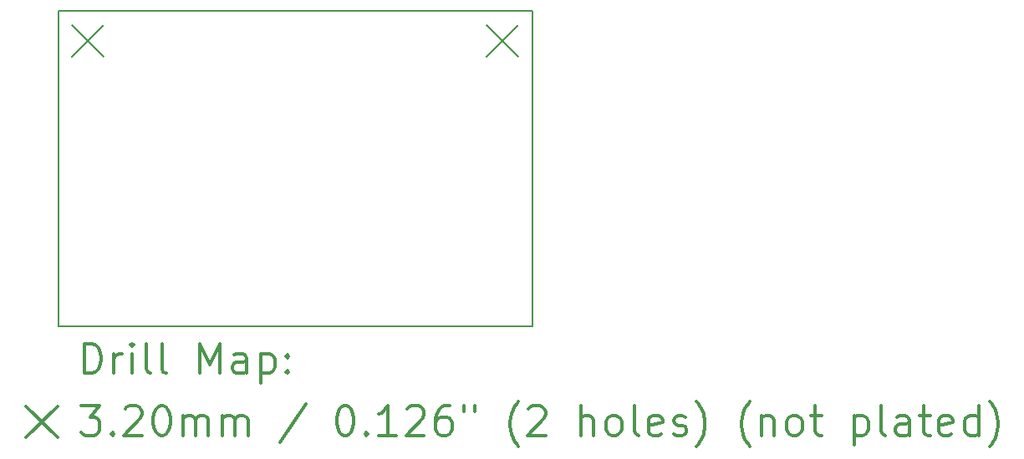
<source format=gbr>
%FSLAX45Y45*%
G04 Gerber Fmt 4.5, Leading zero omitted, Abs format (unit mm)*
G04 Created by KiCad (PCBNEW 4.0.5) date 02/17/17 21:40:18*
%MOMM*%
%LPD*%
G01*
G04 APERTURE LIST*
%ADD10C,0.127000*%
%ADD11C,0.150000*%
%ADD12C,0.200000*%
%ADD13C,0.300000*%
G04 APERTURE END LIST*
D10*
D11*
X6710000Y-10290000D02*
X6710000Y-13490000D01*
X11510000Y-10290000D02*
X6710000Y-10290000D01*
X11510000Y-13490000D02*
X11510000Y-10290000D01*
X11510000Y-13490000D02*
X6710000Y-13490000D01*
D12*
X6850000Y-10430000D02*
X7170000Y-10750000D01*
X7170000Y-10430000D02*
X6850000Y-10750000D01*
X11050000Y-10430000D02*
X11370000Y-10750000D01*
X11370000Y-10430000D02*
X11050000Y-10750000D01*
D13*
X6973928Y-13963214D02*
X6973928Y-13663214D01*
X7045357Y-13663214D01*
X7088214Y-13677500D01*
X7116786Y-13706071D01*
X7131071Y-13734643D01*
X7145357Y-13791786D01*
X7145357Y-13834643D01*
X7131071Y-13891786D01*
X7116786Y-13920357D01*
X7088214Y-13948929D01*
X7045357Y-13963214D01*
X6973928Y-13963214D01*
X7273928Y-13963214D02*
X7273928Y-13763214D01*
X7273928Y-13820357D02*
X7288214Y-13791786D01*
X7302500Y-13777500D01*
X7331071Y-13763214D01*
X7359643Y-13763214D01*
X7459643Y-13963214D02*
X7459643Y-13763214D01*
X7459643Y-13663214D02*
X7445357Y-13677500D01*
X7459643Y-13691786D01*
X7473928Y-13677500D01*
X7459643Y-13663214D01*
X7459643Y-13691786D01*
X7645357Y-13963214D02*
X7616786Y-13948929D01*
X7602500Y-13920357D01*
X7602500Y-13663214D01*
X7802500Y-13963214D02*
X7773928Y-13948929D01*
X7759643Y-13920357D01*
X7759643Y-13663214D01*
X8145357Y-13963214D02*
X8145357Y-13663214D01*
X8245357Y-13877500D01*
X8345357Y-13663214D01*
X8345357Y-13963214D01*
X8616786Y-13963214D02*
X8616786Y-13806071D01*
X8602500Y-13777500D01*
X8573929Y-13763214D01*
X8516786Y-13763214D01*
X8488214Y-13777500D01*
X8616786Y-13948929D02*
X8588214Y-13963214D01*
X8516786Y-13963214D01*
X8488214Y-13948929D01*
X8473929Y-13920357D01*
X8473929Y-13891786D01*
X8488214Y-13863214D01*
X8516786Y-13848929D01*
X8588214Y-13848929D01*
X8616786Y-13834643D01*
X8759643Y-13763214D02*
X8759643Y-14063214D01*
X8759643Y-13777500D02*
X8788214Y-13763214D01*
X8845357Y-13763214D01*
X8873929Y-13777500D01*
X8888214Y-13791786D01*
X8902500Y-13820357D01*
X8902500Y-13906071D01*
X8888214Y-13934643D01*
X8873929Y-13948929D01*
X8845357Y-13963214D01*
X8788214Y-13963214D01*
X8759643Y-13948929D01*
X9031071Y-13934643D02*
X9045357Y-13948929D01*
X9031071Y-13963214D01*
X9016786Y-13948929D01*
X9031071Y-13934643D01*
X9031071Y-13963214D01*
X9031071Y-13777500D02*
X9045357Y-13791786D01*
X9031071Y-13806071D01*
X9016786Y-13791786D01*
X9031071Y-13777500D01*
X9031071Y-13806071D01*
X6382500Y-14297500D02*
X6702500Y-14617500D01*
X6702500Y-14297500D02*
X6382500Y-14617500D01*
X6945357Y-14293214D02*
X7131071Y-14293214D01*
X7031071Y-14407500D01*
X7073928Y-14407500D01*
X7102500Y-14421786D01*
X7116786Y-14436071D01*
X7131071Y-14464643D01*
X7131071Y-14536071D01*
X7116786Y-14564643D01*
X7102500Y-14578929D01*
X7073928Y-14593214D01*
X6988214Y-14593214D01*
X6959643Y-14578929D01*
X6945357Y-14564643D01*
X7259643Y-14564643D02*
X7273928Y-14578929D01*
X7259643Y-14593214D01*
X7245357Y-14578929D01*
X7259643Y-14564643D01*
X7259643Y-14593214D01*
X7388214Y-14321786D02*
X7402500Y-14307500D01*
X7431071Y-14293214D01*
X7502500Y-14293214D01*
X7531071Y-14307500D01*
X7545357Y-14321786D01*
X7559643Y-14350357D01*
X7559643Y-14378929D01*
X7545357Y-14421786D01*
X7373928Y-14593214D01*
X7559643Y-14593214D01*
X7745357Y-14293214D02*
X7773928Y-14293214D01*
X7802500Y-14307500D01*
X7816786Y-14321786D01*
X7831071Y-14350357D01*
X7845357Y-14407500D01*
X7845357Y-14478929D01*
X7831071Y-14536071D01*
X7816786Y-14564643D01*
X7802500Y-14578929D01*
X7773928Y-14593214D01*
X7745357Y-14593214D01*
X7716786Y-14578929D01*
X7702500Y-14564643D01*
X7688214Y-14536071D01*
X7673928Y-14478929D01*
X7673928Y-14407500D01*
X7688214Y-14350357D01*
X7702500Y-14321786D01*
X7716786Y-14307500D01*
X7745357Y-14293214D01*
X7973928Y-14593214D02*
X7973928Y-14393214D01*
X7973928Y-14421786D02*
X7988214Y-14407500D01*
X8016786Y-14393214D01*
X8059643Y-14393214D01*
X8088214Y-14407500D01*
X8102500Y-14436071D01*
X8102500Y-14593214D01*
X8102500Y-14436071D02*
X8116786Y-14407500D01*
X8145357Y-14393214D01*
X8188214Y-14393214D01*
X8216786Y-14407500D01*
X8231071Y-14436071D01*
X8231071Y-14593214D01*
X8373928Y-14593214D02*
X8373928Y-14393214D01*
X8373928Y-14421786D02*
X8388214Y-14407500D01*
X8416786Y-14393214D01*
X8459643Y-14393214D01*
X8488214Y-14407500D01*
X8502500Y-14436071D01*
X8502500Y-14593214D01*
X8502500Y-14436071D02*
X8516786Y-14407500D01*
X8545357Y-14393214D01*
X8588214Y-14393214D01*
X8616786Y-14407500D01*
X8631071Y-14436071D01*
X8631071Y-14593214D01*
X9216786Y-14278929D02*
X8959643Y-14664643D01*
X9602500Y-14293214D02*
X9631071Y-14293214D01*
X9659643Y-14307500D01*
X9673928Y-14321786D01*
X9688214Y-14350357D01*
X9702500Y-14407500D01*
X9702500Y-14478929D01*
X9688214Y-14536071D01*
X9673928Y-14564643D01*
X9659643Y-14578929D01*
X9631071Y-14593214D01*
X9602500Y-14593214D01*
X9573928Y-14578929D01*
X9559643Y-14564643D01*
X9545357Y-14536071D01*
X9531071Y-14478929D01*
X9531071Y-14407500D01*
X9545357Y-14350357D01*
X9559643Y-14321786D01*
X9573928Y-14307500D01*
X9602500Y-14293214D01*
X9831071Y-14564643D02*
X9845357Y-14578929D01*
X9831071Y-14593214D01*
X9816786Y-14578929D01*
X9831071Y-14564643D01*
X9831071Y-14593214D01*
X10131071Y-14593214D02*
X9959643Y-14593214D01*
X10045357Y-14593214D02*
X10045357Y-14293214D01*
X10016786Y-14336071D01*
X9988214Y-14364643D01*
X9959643Y-14378929D01*
X10245357Y-14321786D02*
X10259643Y-14307500D01*
X10288214Y-14293214D01*
X10359643Y-14293214D01*
X10388214Y-14307500D01*
X10402500Y-14321786D01*
X10416786Y-14350357D01*
X10416786Y-14378929D01*
X10402500Y-14421786D01*
X10231071Y-14593214D01*
X10416786Y-14593214D01*
X10673928Y-14293214D02*
X10616786Y-14293214D01*
X10588214Y-14307500D01*
X10573928Y-14321786D01*
X10545357Y-14364643D01*
X10531071Y-14421786D01*
X10531071Y-14536071D01*
X10545357Y-14564643D01*
X10559643Y-14578929D01*
X10588214Y-14593214D01*
X10645357Y-14593214D01*
X10673928Y-14578929D01*
X10688214Y-14564643D01*
X10702500Y-14536071D01*
X10702500Y-14464643D01*
X10688214Y-14436071D01*
X10673928Y-14421786D01*
X10645357Y-14407500D01*
X10588214Y-14407500D01*
X10559643Y-14421786D01*
X10545357Y-14436071D01*
X10531071Y-14464643D01*
X10816786Y-14293214D02*
X10816786Y-14350357D01*
X10931071Y-14293214D02*
X10931071Y-14350357D01*
X11373928Y-14707500D02*
X11359643Y-14693214D01*
X11331071Y-14650357D01*
X11316785Y-14621786D01*
X11302500Y-14578929D01*
X11288214Y-14507500D01*
X11288214Y-14450357D01*
X11302500Y-14378929D01*
X11316785Y-14336071D01*
X11331071Y-14307500D01*
X11359643Y-14264643D01*
X11373928Y-14250357D01*
X11473928Y-14321786D02*
X11488214Y-14307500D01*
X11516785Y-14293214D01*
X11588214Y-14293214D01*
X11616785Y-14307500D01*
X11631071Y-14321786D01*
X11645357Y-14350357D01*
X11645357Y-14378929D01*
X11631071Y-14421786D01*
X11459643Y-14593214D01*
X11645357Y-14593214D01*
X12002500Y-14593214D02*
X12002500Y-14293214D01*
X12131071Y-14593214D02*
X12131071Y-14436071D01*
X12116785Y-14407500D01*
X12088214Y-14393214D01*
X12045357Y-14393214D01*
X12016785Y-14407500D01*
X12002500Y-14421786D01*
X12316785Y-14593214D02*
X12288214Y-14578929D01*
X12273928Y-14564643D01*
X12259643Y-14536071D01*
X12259643Y-14450357D01*
X12273928Y-14421786D01*
X12288214Y-14407500D01*
X12316785Y-14393214D01*
X12359643Y-14393214D01*
X12388214Y-14407500D01*
X12402500Y-14421786D01*
X12416785Y-14450357D01*
X12416785Y-14536071D01*
X12402500Y-14564643D01*
X12388214Y-14578929D01*
X12359643Y-14593214D01*
X12316785Y-14593214D01*
X12588214Y-14593214D02*
X12559643Y-14578929D01*
X12545357Y-14550357D01*
X12545357Y-14293214D01*
X12816786Y-14578929D02*
X12788214Y-14593214D01*
X12731071Y-14593214D01*
X12702500Y-14578929D01*
X12688214Y-14550357D01*
X12688214Y-14436071D01*
X12702500Y-14407500D01*
X12731071Y-14393214D01*
X12788214Y-14393214D01*
X12816786Y-14407500D01*
X12831071Y-14436071D01*
X12831071Y-14464643D01*
X12688214Y-14493214D01*
X12945357Y-14578929D02*
X12973928Y-14593214D01*
X13031071Y-14593214D01*
X13059643Y-14578929D01*
X13073928Y-14550357D01*
X13073928Y-14536071D01*
X13059643Y-14507500D01*
X13031071Y-14493214D01*
X12988214Y-14493214D01*
X12959643Y-14478929D01*
X12945357Y-14450357D01*
X12945357Y-14436071D01*
X12959643Y-14407500D01*
X12988214Y-14393214D01*
X13031071Y-14393214D01*
X13059643Y-14407500D01*
X13173928Y-14707500D02*
X13188214Y-14693214D01*
X13216786Y-14650357D01*
X13231071Y-14621786D01*
X13245357Y-14578929D01*
X13259643Y-14507500D01*
X13259643Y-14450357D01*
X13245357Y-14378929D01*
X13231071Y-14336071D01*
X13216786Y-14307500D01*
X13188214Y-14264643D01*
X13173928Y-14250357D01*
X13716786Y-14707500D02*
X13702500Y-14693214D01*
X13673928Y-14650357D01*
X13659643Y-14621786D01*
X13645357Y-14578929D01*
X13631071Y-14507500D01*
X13631071Y-14450357D01*
X13645357Y-14378929D01*
X13659643Y-14336071D01*
X13673928Y-14307500D01*
X13702500Y-14264643D01*
X13716786Y-14250357D01*
X13831071Y-14393214D02*
X13831071Y-14593214D01*
X13831071Y-14421786D02*
X13845357Y-14407500D01*
X13873928Y-14393214D01*
X13916786Y-14393214D01*
X13945357Y-14407500D01*
X13959643Y-14436071D01*
X13959643Y-14593214D01*
X14145357Y-14593214D02*
X14116786Y-14578929D01*
X14102500Y-14564643D01*
X14088214Y-14536071D01*
X14088214Y-14450357D01*
X14102500Y-14421786D01*
X14116786Y-14407500D01*
X14145357Y-14393214D01*
X14188214Y-14393214D01*
X14216786Y-14407500D01*
X14231071Y-14421786D01*
X14245357Y-14450357D01*
X14245357Y-14536071D01*
X14231071Y-14564643D01*
X14216786Y-14578929D01*
X14188214Y-14593214D01*
X14145357Y-14593214D01*
X14331071Y-14393214D02*
X14445357Y-14393214D01*
X14373928Y-14293214D02*
X14373928Y-14550357D01*
X14388214Y-14578929D01*
X14416786Y-14593214D01*
X14445357Y-14593214D01*
X14773928Y-14393214D02*
X14773928Y-14693214D01*
X14773928Y-14407500D02*
X14802500Y-14393214D01*
X14859643Y-14393214D01*
X14888214Y-14407500D01*
X14902500Y-14421786D01*
X14916786Y-14450357D01*
X14916786Y-14536071D01*
X14902500Y-14564643D01*
X14888214Y-14578929D01*
X14859643Y-14593214D01*
X14802500Y-14593214D01*
X14773928Y-14578929D01*
X15088214Y-14593214D02*
X15059643Y-14578929D01*
X15045357Y-14550357D01*
X15045357Y-14293214D01*
X15331071Y-14593214D02*
X15331071Y-14436071D01*
X15316786Y-14407500D01*
X15288214Y-14393214D01*
X15231071Y-14393214D01*
X15202500Y-14407500D01*
X15331071Y-14578929D02*
X15302500Y-14593214D01*
X15231071Y-14593214D01*
X15202500Y-14578929D01*
X15188214Y-14550357D01*
X15188214Y-14521786D01*
X15202500Y-14493214D01*
X15231071Y-14478929D01*
X15302500Y-14478929D01*
X15331071Y-14464643D01*
X15431071Y-14393214D02*
X15545357Y-14393214D01*
X15473929Y-14293214D02*
X15473929Y-14550357D01*
X15488214Y-14578929D01*
X15516786Y-14593214D01*
X15545357Y-14593214D01*
X15759643Y-14578929D02*
X15731071Y-14593214D01*
X15673929Y-14593214D01*
X15645357Y-14578929D01*
X15631071Y-14550357D01*
X15631071Y-14436071D01*
X15645357Y-14407500D01*
X15673929Y-14393214D01*
X15731071Y-14393214D01*
X15759643Y-14407500D01*
X15773929Y-14436071D01*
X15773929Y-14464643D01*
X15631071Y-14493214D01*
X16031071Y-14593214D02*
X16031071Y-14293214D01*
X16031071Y-14578929D02*
X16002500Y-14593214D01*
X15945357Y-14593214D01*
X15916786Y-14578929D01*
X15902500Y-14564643D01*
X15888214Y-14536071D01*
X15888214Y-14450357D01*
X15902500Y-14421786D01*
X15916786Y-14407500D01*
X15945357Y-14393214D01*
X16002500Y-14393214D01*
X16031071Y-14407500D01*
X16145357Y-14707500D02*
X16159643Y-14693214D01*
X16188214Y-14650357D01*
X16202500Y-14621786D01*
X16216786Y-14578929D01*
X16231071Y-14507500D01*
X16231071Y-14450357D01*
X16216786Y-14378929D01*
X16202500Y-14336071D01*
X16188214Y-14307500D01*
X16159643Y-14264643D01*
X16145357Y-14250357D01*
M02*

</source>
